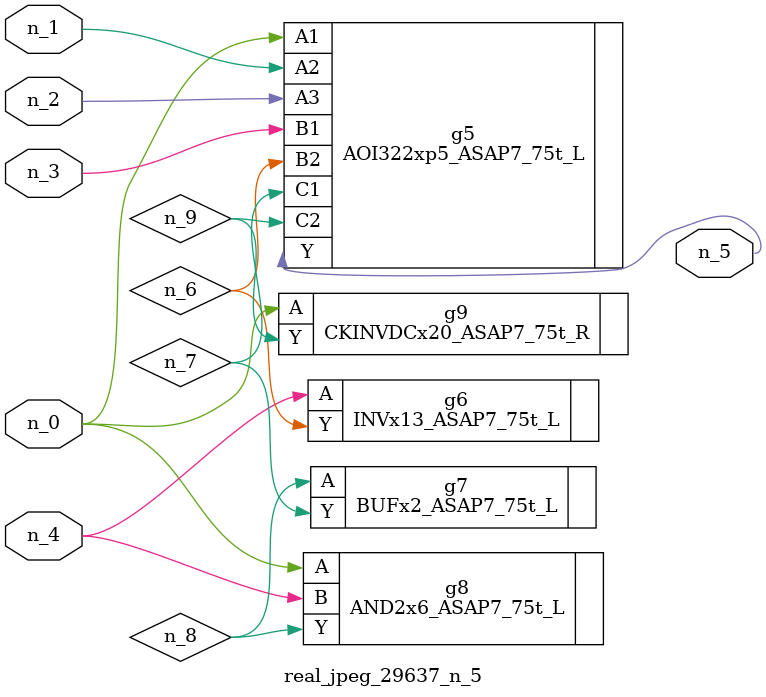
<source format=v>
module real_jpeg_29637_n_5 (n_4, n_0, n_1, n_2, n_3, n_5);

input n_4;
input n_0;
input n_1;
input n_2;
input n_3;

output n_5;

wire n_8;
wire n_6;
wire n_7;
wire n_9;

AOI322xp5_ASAP7_75t_L g5 ( 
.A1(n_0),
.A2(n_1),
.A3(n_2),
.B1(n_3),
.B2(n_6),
.C1(n_7),
.C2(n_9),
.Y(n_5)
);

AND2x6_ASAP7_75t_L g8 ( 
.A(n_0),
.B(n_4),
.Y(n_8)
);

CKINVDCx20_ASAP7_75t_R g9 ( 
.A(n_0),
.Y(n_9)
);

INVx13_ASAP7_75t_L g6 ( 
.A(n_4),
.Y(n_6)
);

BUFx2_ASAP7_75t_L g7 ( 
.A(n_8),
.Y(n_7)
);


endmodule
</source>
